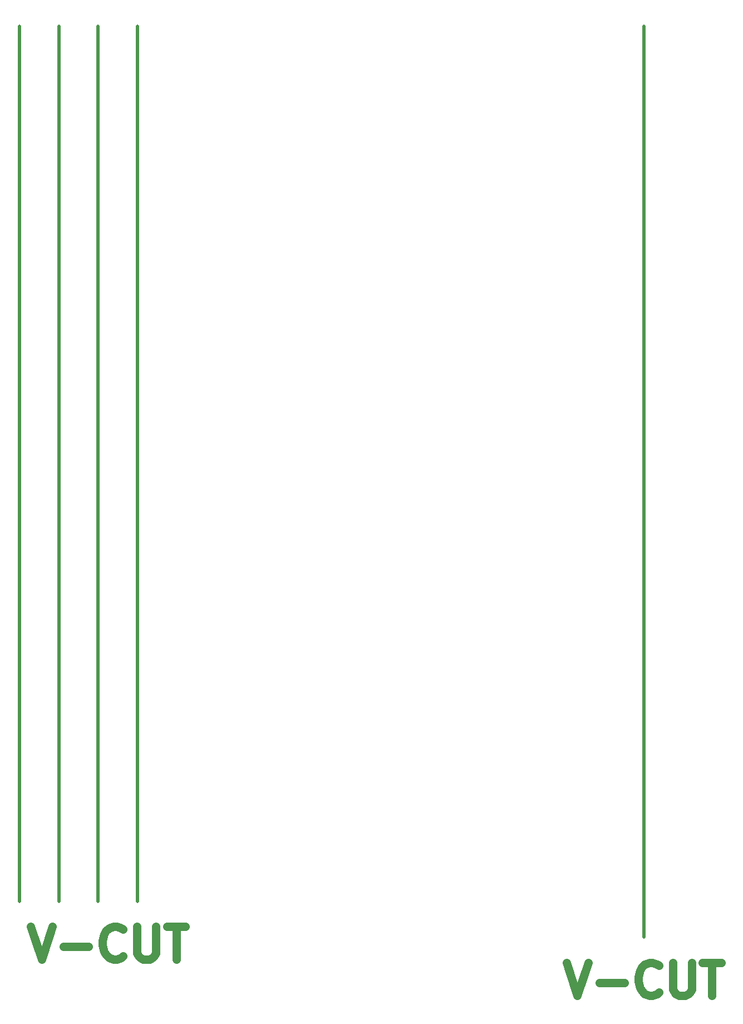
<source format=gbr>
%TF.GenerationSoftware,KiCad,Pcbnew,(7.0.0)*%
%TF.CreationDate,2023-02-14T07:36:11+09:00*%
%TF.ProjectId,audio,61756469-6f2e-46b6-9963-61645f706362,rev?*%
%TF.SameCoordinates,Original*%
%TF.FileFunction,Other,User*%
%FSLAX46Y46*%
G04 Gerber Fmt 4.6, Leading zero omitted, Abs format (unit mm)*
G04 Created by KiCad (PCBNEW (7.0.0)) date 2023-02-14 07:36:11*
%MOMM*%
%LPD*%
G01*
G04 APERTURE LIST*
%ADD10C,0.500000*%
%ADD11C,1.250000*%
G04 APERTURE END LIST*
D10*
X-19000000Y53000000D02*
X-19000000Y-80000000D01*
X-13000000Y53000000D02*
X-13000000Y-80000000D01*
X-7000000Y53000000D02*
X-7000000Y-80000000D01*
D11*
X-17285713Y-83836904D02*
X-15619046Y-88836904D01*
X-15619046Y-88836904D02*
X-13952380Y-83836904D01*
X-12285713Y-86932142D02*
X-8476190Y-86932142D01*
X-3238094Y-88360714D02*
X-3476190Y-88598809D01*
X-3476190Y-88598809D02*
X-4190475Y-88836904D01*
X-4190475Y-88836904D02*
X-4666666Y-88836904D01*
X-4666666Y-88836904D02*
X-5380952Y-88598809D01*
X-5380952Y-88598809D02*
X-5857142Y-88122619D01*
X-5857142Y-88122619D02*
X-6095237Y-87646428D01*
X-6095237Y-87646428D02*
X-6333333Y-86694047D01*
X-6333333Y-86694047D02*
X-6333333Y-85979761D01*
X-6333333Y-85979761D02*
X-6095237Y-85027380D01*
X-6095237Y-85027380D02*
X-5857142Y-84551190D01*
X-5857142Y-84551190D02*
X-5380952Y-84075000D01*
X-5380952Y-84075000D02*
X-4666666Y-83836904D01*
X-4666666Y-83836904D02*
X-4190475Y-83836904D01*
X-4190475Y-83836904D02*
X-3476190Y-84075000D01*
X-3476190Y-84075000D02*
X-3238094Y-84313095D01*
X-1095237Y-83836904D02*
X-1095237Y-87884523D01*
X-1095237Y-87884523D02*
X-857142Y-88360714D01*
X-857142Y-88360714D02*
X-619047Y-88598809D01*
X-619047Y-88598809D02*
X-142856Y-88836904D01*
X-142856Y-88836904D02*
X809524Y-88836904D01*
X809524Y-88836904D02*
X1285714Y-88598809D01*
X1285714Y-88598809D02*
X1523809Y-88360714D01*
X1523809Y-88360714D02*
X1761905Y-87884523D01*
X1761905Y-87884523D02*
X1761905Y-83836904D01*
X3428571Y-83836904D02*
X6285714Y-83836904D01*
X4857142Y-88836904D02*
X4857142Y-83836904D01*
D10*
X-1000000Y53000000D02*
X-1000000Y-80000000D01*
X76000000Y53000000D02*
X76000000Y-85500000D01*
D11*
X64214286Y-89336904D02*
X65880953Y-94336904D01*
X65880953Y-94336904D02*
X67547619Y-89336904D01*
X69214286Y-92432142D02*
X73023810Y-92432142D01*
X78261905Y-93860714D02*
X78023809Y-94098809D01*
X78023809Y-94098809D02*
X77309524Y-94336904D01*
X77309524Y-94336904D02*
X76833333Y-94336904D01*
X76833333Y-94336904D02*
X76119047Y-94098809D01*
X76119047Y-94098809D02*
X75642857Y-93622619D01*
X75642857Y-93622619D02*
X75404762Y-93146428D01*
X75404762Y-93146428D02*
X75166666Y-92194047D01*
X75166666Y-92194047D02*
X75166666Y-91479761D01*
X75166666Y-91479761D02*
X75404762Y-90527380D01*
X75404762Y-90527380D02*
X75642857Y-90051190D01*
X75642857Y-90051190D02*
X76119047Y-89575000D01*
X76119047Y-89575000D02*
X76833333Y-89336904D01*
X76833333Y-89336904D02*
X77309524Y-89336904D01*
X77309524Y-89336904D02*
X78023809Y-89575000D01*
X78023809Y-89575000D02*
X78261905Y-89813095D01*
X80404762Y-89336904D02*
X80404762Y-93384523D01*
X80404762Y-93384523D02*
X80642857Y-93860714D01*
X80642857Y-93860714D02*
X80880952Y-94098809D01*
X80880952Y-94098809D02*
X81357143Y-94336904D01*
X81357143Y-94336904D02*
X82309524Y-94336904D01*
X82309524Y-94336904D02*
X82785714Y-94098809D01*
X82785714Y-94098809D02*
X83023809Y-93860714D01*
X83023809Y-93860714D02*
X83261905Y-93384523D01*
X83261905Y-93384523D02*
X83261905Y-89336904D01*
X84928571Y-89336904D02*
X87785714Y-89336904D01*
X86357142Y-94336904D02*
X86357142Y-89336904D01*
M02*

</source>
